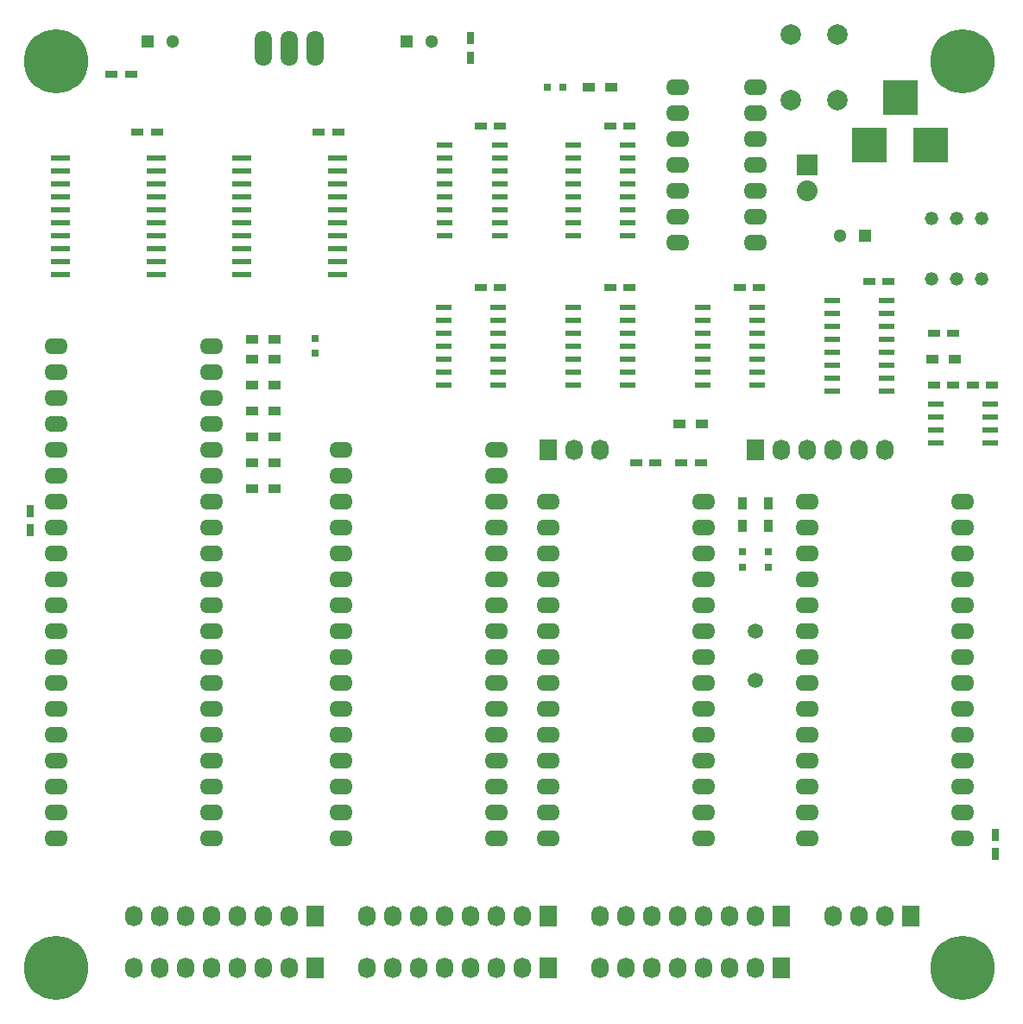
<source format=gts>
G04 #@! TF.FileFunction,Soldermask,Top*
%FSLAX46Y46*%
G04 Gerber Fmt 4.6, Leading zero omitted, Abs format (unit mm)*
G04 Created by KiCad (PCBNEW 4.0.3-1.fc24-product) date Thu Dec  8 13:22:35 2016*
%MOMM*%
%LPD*%
G01*
G04 APERTURE LIST*
%ADD10C,0.100000*%
%ADD11O,2.300000X1.600000*%
%ADD12R,1.727200X2.032000*%
%ADD13O,1.727200X2.032000*%
%ADD14R,1.500000X0.600000*%
%ADD15R,1.950000X0.600000*%
%ADD16R,1.200000X0.900000*%
%ADD17R,1.200000X0.750000*%
%ADD18R,0.750000X1.200000*%
%ADD19C,6.300000*%
%ADD20C,0.600000*%
%ADD21R,0.797560X0.797560*%
%ADD22R,1.300000X1.300000*%
%ADD23C,1.300000*%
%ADD24R,3.500120X3.500120*%
%ADD25C,1.998980*%
%ADD26R,1.550000X0.600000*%
%ADD27O,1.699260X3.500120*%
%ADD28R,0.900000X1.200000*%
%ADD29C,1.501140*%
%ADD30R,2.032000X2.032000*%
%ADD31O,2.032000X2.032000*%
%ADD32C,1.320800*%
G04 APERTURE END LIST*
D10*
D11*
X150495000Y-100330000D03*
X150495000Y-102870000D03*
X150495000Y-105410000D03*
X150495000Y-107950000D03*
X150495000Y-110490000D03*
X150495000Y-113030000D03*
X150495000Y-115570000D03*
X150495000Y-118110000D03*
X150495000Y-120650000D03*
X150495000Y-123190000D03*
X150495000Y-125730000D03*
X150495000Y-128270000D03*
X150495000Y-130810000D03*
X150495000Y-133350000D03*
X165735000Y-133350000D03*
X165735000Y-130810000D03*
X165735000Y-128270000D03*
X165735000Y-125730000D03*
X165735000Y-123190000D03*
X165735000Y-120650000D03*
X165735000Y-118110000D03*
X165735000Y-115570000D03*
X165735000Y-113030000D03*
X165735000Y-110490000D03*
X165735000Y-107950000D03*
X165735000Y-105410000D03*
X165735000Y-102870000D03*
X165735000Y-100330000D03*
X130175000Y-95250000D03*
X130175000Y-97790000D03*
X130175000Y-100330000D03*
X130175000Y-102870000D03*
X130175000Y-105410000D03*
X130175000Y-107950000D03*
X130175000Y-110490000D03*
X130175000Y-113030000D03*
X130175000Y-115570000D03*
X130175000Y-118110000D03*
X130175000Y-120650000D03*
X130175000Y-123190000D03*
X130175000Y-125730000D03*
X130175000Y-128270000D03*
X130175000Y-130810000D03*
X130175000Y-133350000D03*
X145415000Y-133350000D03*
X145415000Y-130810000D03*
X145415000Y-128270000D03*
X145415000Y-125730000D03*
X145415000Y-123190000D03*
X145415000Y-120650000D03*
X145415000Y-118110000D03*
X145415000Y-115570000D03*
X145415000Y-113030000D03*
X145415000Y-110490000D03*
X145415000Y-107950000D03*
X145415000Y-105410000D03*
X145415000Y-102870000D03*
X145415000Y-100330000D03*
X145415000Y-97790000D03*
X145415000Y-95250000D03*
X102235000Y-85090000D03*
X102235000Y-87630000D03*
X102235000Y-90170000D03*
X102235000Y-92710000D03*
X102235000Y-95250000D03*
X102235000Y-97790000D03*
X102235000Y-100330000D03*
X102235000Y-102870000D03*
X102235000Y-105410000D03*
X102235000Y-107950000D03*
X102235000Y-110490000D03*
X102235000Y-113030000D03*
X102235000Y-115570000D03*
X102235000Y-118110000D03*
X102235000Y-120650000D03*
X102235000Y-123190000D03*
X102235000Y-125730000D03*
X102235000Y-128270000D03*
X102235000Y-130810000D03*
X102235000Y-133350000D03*
X117475000Y-133350000D03*
X117475000Y-130810000D03*
X117475000Y-128270000D03*
X117475000Y-125730000D03*
X117475000Y-123190000D03*
X117475000Y-120650000D03*
X117475000Y-118110000D03*
X117475000Y-115570000D03*
X117475000Y-113030000D03*
X117475000Y-110490000D03*
X117475000Y-107950000D03*
X117475000Y-105410000D03*
X117475000Y-102870000D03*
X117475000Y-100330000D03*
X117475000Y-97790000D03*
X117475000Y-95250000D03*
X117475000Y-92710000D03*
X117475000Y-90170000D03*
X117475000Y-87630000D03*
X117475000Y-85090000D03*
D12*
X150495000Y-95250000D03*
D13*
X153035000Y-95250000D03*
X155575000Y-95250000D03*
D14*
X140175000Y-81280000D03*
X140175000Y-82550000D03*
X140175000Y-83820000D03*
X140175000Y-85090000D03*
X140175000Y-86360000D03*
X140175000Y-87630000D03*
X140175000Y-88900000D03*
X145575000Y-88900000D03*
X145575000Y-87630000D03*
X145575000Y-86360000D03*
X145575000Y-85090000D03*
X145575000Y-83820000D03*
X145575000Y-82550000D03*
X145575000Y-81280000D03*
D15*
X120395000Y-66675000D03*
X120395000Y-67945000D03*
X120395000Y-69215000D03*
X120395000Y-70485000D03*
X120395000Y-71755000D03*
X120395000Y-73025000D03*
X120395000Y-74295000D03*
X120395000Y-75565000D03*
X120395000Y-76835000D03*
X120395000Y-78105000D03*
X129795000Y-78105000D03*
X129795000Y-76835000D03*
X129795000Y-75565000D03*
X129795000Y-74295000D03*
X129795000Y-73025000D03*
X129795000Y-71755000D03*
X129795000Y-70485000D03*
X129795000Y-69215000D03*
X129795000Y-67945000D03*
X129795000Y-66675000D03*
D14*
X140335000Y-65405000D03*
X140335000Y-66675000D03*
X140335000Y-67945000D03*
X140335000Y-69215000D03*
X140335000Y-70485000D03*
X140335000Y-71755000D03*
X140335000Y-73025000D03*
X140335000Y-74295000D03*
X145735000Y-74295000D03*
X145735000Y-73025000D03*
X145735000Y-71755000D03*
X145735000Y-70485000D03*
X145735000Y-69215000D03*
X145735000Y-67945000D03*
X145735000Y-66675000D03*
X145735000Y-65405000D03*
X152875000Y-65405000D03*
X152875000Y-66675000D03*
X152875000Y-67945000D03*
X152875000Y-69215000D03*
X152875000Y-70485000D03*
X152875000Y-71755000D03*
X152875000Y-73025000D03*
X152875000Y-74295000D03*
X158275000Y-74295000D03*
X158275000Y-73025000D03*
X158275000Y-71755000D03*
X158275000Y-70485000D03*
X158275000Y-69215000D03*
X158275000Y-67945000D03*
X158275000Y-66675000D03*
X158275000Y-65405000D03*
D16*
X123655000Y-93980000D03*
X121455000Y-93980000D03*
X123655000Y-99060000D03*
X121455000Y-99060000D03*
X123655000Y-91440000D03*
X121455000Y-91440000D03*
X123655000Y-88900000D03*
X121455000Y-88900000D03*
X123655000Y-96520000D03*
X121455000Y-96520000D03*
D17*
X129855000Y-64135000D03*
X127955000Y-64135000D03*
X112075000Y-64135000D03*
X110175000Y-64135000D03*
D18*
X99695000Y-103185000D03*
X99695000Y-101285000D03*
D17*
X159070000Y-96520000D03*
X160970000Y-96520000D03*
X158430000Y-63500000D03*
X156530000Y-63500000D03*
X165415000Y-96520000D03*
X163515000Y-96520000D03*
D15*
X102615000Y-66675000D03*
X102615000Y-67945000D03*
X102615000Y-69215000D03*
X102615000Y-70485000D03*
X102615000Y-71755000D03*
X102615000Y-73025000D03*
X102615000Y-74295000D03*
X102615000Y-75565000D03*
X102615000Y-76835000D03*
X102615000Y-78105000D03*
X112015000Y-78105000D03*
X112015000Y-76835000D03*
X112015000Y-75565000D03*
X112015000Y-74295000D03*
X112015000Y-73025000D03*
X112015000Y-71755000D03*
X112015000Y-70485000D03*
X112015000Y-69215000D03*
X112015000Y-67945000D03*
X112015000Y-66675000D03*
D14*
X165575000Y-81280000D03*
X165575000Y-82550000D03*
X165575000Y-83820000D03*
X165575000Y-85090000D03*
X165575000Y-86360000D03*
X165575000Y-87630000D03*
X165575000Y-88900000D03*
X170975000Y-88900000D03*
X170975000Y-87630000D03*
X170975000Y-86360000D03*
X170975000Y-85090000D03*
X170975000Y-83820000D03*
X170975000Y-82550000D03*
X170975000Y-81280000D03*
X178275000Y-80645000D03*
X178275000Y-81915000D03*
X178275000Y-83185000D03*
X178275000Y-84455000D03*
X178275000Y-85725000D03*
X178275000Y-86995000D03*
X178275000Y-88265000D03*
X178275000Y-89535000D03*
X183675000Y-89535000D03*
X183675000Y-88265000D03*
X183675000Y-86995000D03*
X183675000Y-85725000D03*
X183675000Y-84455000D03*
X183675000Y-83185000D03*
X183675000Y-81915000D03*
X183675000Y-80645000D03*
D16*
X123655000Y-86360000D03*
X121455000Y-86360000D03*
D19*
X102235000Y-146050000D03*
D20*
X102235000Y-143550000D03*
X104735000Y-146050000D03*
X102235000Y-148550000D03*
X99735000Y-146050000D03*
X100435000Y-144250000D03*
X104035000Y-144250000D03*
X100435000Y-147850000D03*
X104035000Y-147850000D03*
D19*
X191135000Y-146050000D03*
D20*
X191135000Y-143550000D03*
X193635000Y-146050000D03*
X191135000Y-148550000D03*
X188635000Y-146050000D03*
X189335000Y-144250000D03*
X192935000Y-144250000D03*
X189335000Y-147850000D03*
X192935000Y-147850000D03*
D19*
X191135000Y-57150000D03*
D20*
X191135000Y-54650000D03*
X193635000Y-57150000D03*
X191135000Y-59650000D03*
X188635000Y-57150000D03*
X189335000Y-55350000D03*
X192935000Y-55350000D03*
X189335000Y-58950000D03*
X192935000Y-58950000D03*
D19*
X102235000Y-57150000D03*
D20*
X102235000Y-54650000D03*
X104735000Y-57150000D03*
X102235000Y-59650000D03*
X99735000Y-57150000D03*
X100435000Y-55350000D03*
X104035000Y-55350000D03*
X100435000Y-58950000D03*
X104035000Y-58950000D03*
D21*
X150380700Y-59690000D03*
X151879300Y-59690000D03*
X127635000Y-85839300D03*
X127635000Y-84340700D03*
D16*
X156675000Y-59690000D03*
X154475000Y-59690000D03*
X123655000Y-84455000D03*
X121455000Y-84455000D03*
D17*
X188280000Y-88900000D03*
X190180000Y-88900000D03*
D22*
X181570000Y-74295000D03*
D23*
X179070000Y-74295000D03*
D17*
X190180000Y-83820000D03*
X188280000Y-83820000D03*
D22*
X111165000Y-55245000D03*
D23*
X113665000Y-55245000D03*
D17*
X107635000Y-58420000D03*
X109535000Y-58420000D03*
D22*
X136565000Y-55245000D03*
D23*
X139065000Y-55245000D03*
D18*
X142875000Y-56830000D03*
X142875000Y-54930000D03*
D24*
X181960520Y-65405000D03*
X187960000Y-65405000D03*
X184960260Y-60706000D03*
D16*
X190330000Y-86360000D03*
X188130000Y-86360000D03*
D25*
X174279560Y-54533800D03*
X174279560Y-61036200D03*
X178780440Y-61036200D03*
X178780440Y-54533800D03*
D14*
X152875000Y-81280000D03*
X152875000Y-82550000D03*
X152875000Y-83820000D03*
X152875000Y-85090000D03*
X152875000Y-86360000D03*
X152875000Y-87630000D03*
X152875000Y-88900000D03*
X158275000Y-88900000D03*
X158275000Y-87630000D03*
X158275000Y-86360000D03*
X158275000Y-85090000D03*
X158275000Y-83820000D03*
X158275000Y-82550000D03*
X158275000Y-81280000D03*
D26*
X188435000Y-90805000D03*
X188435000Y-92075000D03*
X188435000Y-93345000D03*
X188435000Y-94615000D03*
X193835000Y-94615000D03*
X193835000Y-93345000D03*
X193835000Y-92075000D03*
X193835000Y-90805000D03*
D27*
X125095000Y-55880000D03*
X122555000Y-55880000D03*
X127635000Y-55880000D03*
D17*
X171130000Y-79375000D03*
X169230000Y-79375000D03*
X145730000Y-79375000D03*
X143830000Y-79375000D03*
X183830000Y-78740000D03*
X181930000Y-78740000D03*
X145730000Y-63500000D03*
X143830000Y-63500000D03*
X193990000Y-88900000D03*
X192090000Y-88900000D03*
X158430000Y-79375000D03*
X156530000Y-79375000D03*
D18*
X194310000Y-133035000D03*
X194310000Y-134935000D03*
D21*
X172085000Y-106794300D03*
X172085000Y-105295700D03*
X169545000Y-106794300D03*
X169545000Y-105295700D03*
D12*
X170815000Y-95250000D03*
D13*
X173355000Y-95250000D03*
X175895000Y-95250000D03*
X178435000Y-95250000D03*
X180975000Y-95250000D03*
X183515000Y-95250000D03*
D16*
X165565000Y-92710000D03*
X163365000Y-92710000D03*
D28*
X172085000Y-102700000D03*
X172085000Y-100500000D03*
X169545000Y-102700000D03*
X169545000Y-100500000D03*
D11*
X175895000Y-100330000D03*
X175895000Y-102870000D03*
X175895000Y-105410000D03*
X175895000Y-107950000D03*
X175895000Y-110490000D03*
X175895000Y-113030000D03*
X175895000Y-115570000D03*
X175895000Y-118110000D03*
X175895000Y-120650000D03*
X175895000Y-123190000D03*
X175895000Y-125730000D03*
X175895000Y-128270000D03*
X175895000Y-130810000D03*
X175895000Y-133350000D03*
X191135000Y-133350000D03*
X191135000Y-130810000D03*
X191135000Y-128270000D03*
X191135000Y-125730000D03*
X191135000Y-123190000D03*
X191135000Y-120650000D03*
X191135000Y-118110000D03*
X191135000Y-115570000D03*
X191135000Y-113030000D03*
X191135000Y-110490000D03*
X191135000Y-107950000D03*
X191135000Y-105410000D03*
X191135000Y-102870000D03*
X191135000Y-100330000D03*
D29*
X170815000Y-113030000D03*
X170815000Y-117911880D03*
D11*
X163195000Y-59690000D03*
X163195000Y-62230000D03*
X163195000Y-64770000D03*
X163195000Y-67310000D03*
X163195000Y-69850000D03*
X163195000Y-72390000D03*
X163195000Y-74930000D03*
X170815000Y-74930000D03*
X170815000Y-72390000D03*
X170815000Y-69850000D03*
X170815000Y-67310000D03*
X170815000Y-64770000D03*
X170815000Y-62230000D03*
X170815000Y-59690000D03*
D30*
X175895000Y-67310000D03*
D31*
X175895000Y-69850000D03*
D12*
X173355000Y-140970000D03*
D13*
X170815000Y-140970000D03*
X168275000Y-140970000D03*
X165735000Y-140970000D03*
X163195000Y-140970000D03*
X160655000Y-140970000D03*
X158115000Y-140970000D03*
X155575000Y-140970000D03*
D12*
X150495000Y-140970000D03*
D13*
X147955000Y-140970000D03*
X145415000Y-140970000D03*
X142875000Y-140970000D03*
X140335000Y-140970000D03*
X137795000Y-140970000D03*
X135255000Y-140970000D03*
X132715000Y-140970000D03*
D12*
X150495000Y-146050000D03*
D13*
X147955000Y-146050000D03*
X145415000Y-146050000D03*
X142875000Y-146050000D03*
X140335000Y-146050000D03*
X137795000Y-146050000D03*
X135255000Y-146050000D03*
X132715000Y-146050000D03*
D12*
X127635000Y-140970000D03*
D13*
X125095000Y-140970000D03*
X122555000Y-140970000D03*
X120015000Y-140970000D03*
X117475000Y-140970000D03*
X114935000Y-140970000D03*
X112395000Y-140970000D03*
X109855000Y-140970000D03*
D12*
X127635000Y-146050000D03*
D13*
X125095000Y-146050000D03*
X122555000Y-146050000D03*
X120015000Y-146050000D03*
X117475000Y-146050000D03*
X114935000Y-146050000D03*
X112395000Y-146050000D03*
X109855000Y-146050000D03*
D12*
X173355000Y-146050000D03*
D13*
X170815000Y-146050000D03*
X168275000Y-146050000D03*
X165735000Y-146050000D03*
X163195000Y-146050000D03*
X160655000Y-146050000D03*
X158115000Y-146050000D03*
X155575000Y-146050000D03*
D32*
X188010800Y-78562200D03*
X190500000Y-78562200D03*
X192989200Y-78562200D03*
X188010800Y-72567800D03*
X190500000Y-72567800D03*
X192989200Y-72567800D03*
D12*
X186055000Y-140970000D03*
D13*
X183515000Y-140970000D03*
X180975000Y-140970000D03*
X178435000Y-140970000D03*
M02*

</source>
